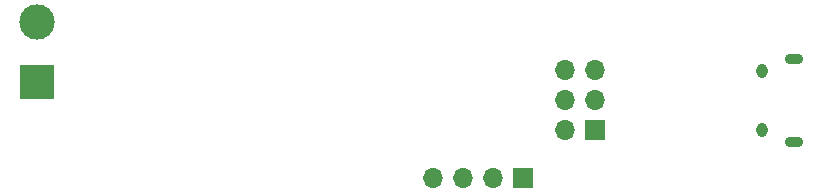
<source format=gbs>
G04 #@! TF.GenerationSoftware,KiCad,Pcbnew,5.1.12-84ad8e8a86~92~ubuntu20.04.1*
G04 #@! TF.CreationDate,2021-11-23T01:14:47+00:00*
G04 #@! TF.ProjectId,atmega-demo,61746d65-6761-42d6-9465-6d6f2e6b6963,rev?*
G04 #@! TF.SameCoordinates,Original*
G04 #@! TF.FileFunction,Soldermask,Bot*
G04 #@! TF.FilePolarity,Negative*
%FSLAX46Y46*%
G04 Gerber Fmt 4.6, Leading zero omitted, Abs format (unit mm)*
G04 Created by KiCad (PCBNEW 5.1.12-84ad8e8a86~92~ubuntu20.04.1) date 2021-11-23 01:14:47*
%MOMM*%
%LPD*%
G01*
G04 APERTURE LIST*
%ADD10C,3.000000*%
%ADD11R,3.000000X3.000000*%
%ADD12O,1.700000X1.700000*%
%ADD13R,1.700000X1.700000*%
%ADD14O,1.550000X0.890000*%
%ADD15O,0.950000X1.250000*%
G04 APERTURE END LIST*
D10*
G04 #@! TO.C,J4*
X147828000Y-74930000D03*
D11*
X147828000Y-80010000D03*
G04 #@! TD*
D12*
G04 #@! TO.C,J1*
X181356000Y-88138000D03*
X183896000Y-88138000D03*
X186436000Y-88138000D03*
D13*
X188976000Y-88138000D03*
G04 #@! TD*
D14*
G04 #@! TO.C,J3*
X211866000Y-78034000D03*
X211866000Y-85034000D03*
D15*
X209166000Y-79034000D03*
X209166000Y-84034000D03*
G04 #@! TD*
D12*
G04 #@! TO.C,J2*
X192532000Y-78994000D03*
X195072000Y-78994000D03*
X192532000Y-81534000D03*
X195072000Y-81534000D03*
X192532000Y-84074000D03*
D13*
X195072000Y-84074000D03*
G04 #@! TD*
M02*

</source>
